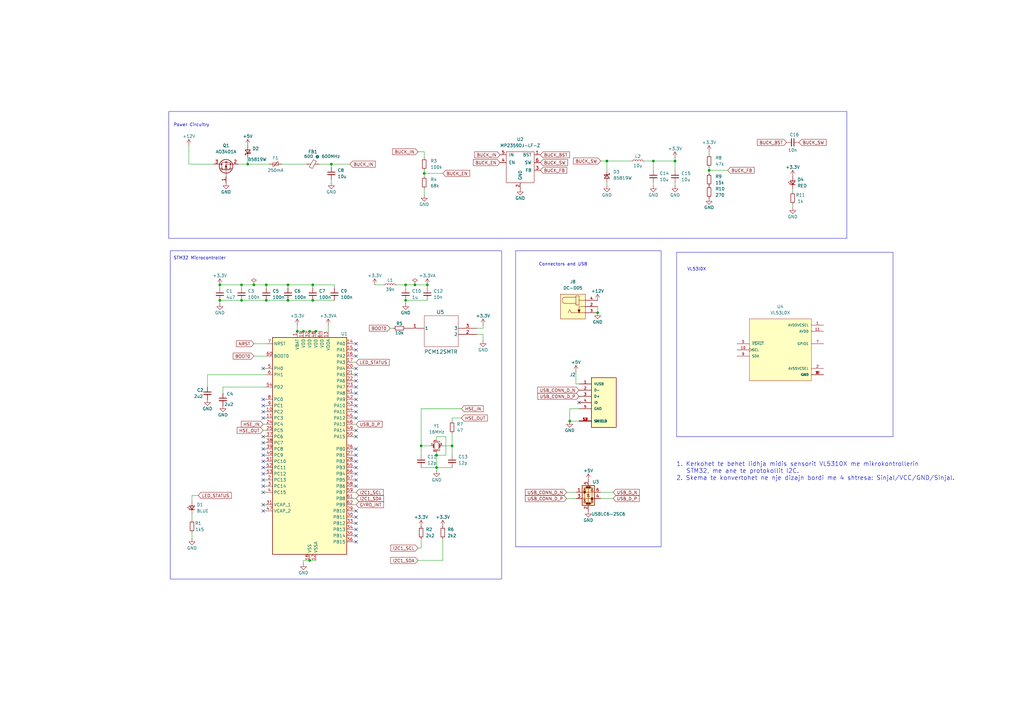
<source format=kicad_sch>
(kicad_sch (version 20231120) (generator "eeschema") (generator_version "8.0")
  (paper "A3")
  (lib_symbols
    (symbol "10118193-0001LF:10118193-0001LF" (pin_names (offset 1.016))
      (property "Reference" "J" (at -5.0817 10.9286 0))
      (property "Value" "10118193-0001LF" (at -5.0819 -12.7097 0))
      (symbol "10118193-0001LF_0_0"
        (pin passive line (at -10.16 7.62 0) (length 5.08) (name "VUSB") (number "1"))
        (pin passive line (at -10.16 5.08 0) (length 5.08) (name "D-") (number "2"))
        (pin passive line (at -10.16 2.54 0) (length 5.08) (name "D+") (number "3"))
        (pin passive line (at -10.16 0 0) (length 5.08) (name "ID") (number "4"))
        (pin passive line (at -10.16 -2.54 0) (length 5.08) (name "GND") (number "5"))
        (pin passive line (at -10.16 -7.62 0) (length 5.08) (name "SHIELD") (number "S1"))
        (pin passive line (at -10.16 -7.62 0) (length 5.08) (name "SHIELD") (number "S2"))
        (pin passive line (at -10.16 -7.62 0) (length 5.08) (name "SHIELD") (number "S3"))
        (pin passive line (at -10.16 -7.62 0) (length 5.08) (name "SHIELD") (number "S4"))
        (pin passive line (at -10.16 -7.62 0) (length 5.08) (name "SHIELD") (number "S5"))
        (pin passive line (at -10.16 -7.62 0) (length 5.08) (name "SHIELD") (number "S6"))
      )
    )
    (symbol "2024-11-09_23-25-21:PCM12SMTR" (pin_names (offset 0.254))
      (property "Reference" "U5" (at 20.32 10.16 0))
      (property "Value" "PCM12SMTR" (at 20.32 7.62 0))
      (symbol "PCM12SMTR_1_1"
        (pin unspecified line (at 0 0 0) (length 7.62) (name "1") (number "1"))
        (pin unspecified line (at 29.21 -2.54 180) (length 7.62) (name "2") (number "2"))
        (pin unspecified line (at 29.21 0 180) (length 7.62) (name "3") (number "3"))
      )
    )
    (symbol "DC-005:DC-005" (pin_names (offset 1.016))
      (property "Reference" "J" (at -5.0943 5.5976 0))
      (property "Value" "DC-005" (at -5.0995 -7.6398 0))
      (symbol "DC-005_0_0"
        (pin passive line (at 10.16 0 180) (length 5.08) (name "~") (number "2"))
        (pin passive line (at 10.16 -2.54 180) (length 5.08) (name "~") (number "3"))
        (pin passive line (at 10.16 2.54 180) (length 5.08) (name "~") (number "4"))
      )
    )
    (symbol "Device:C_Small" (pin_numbers hide) (pin_names (offset 0.254) hide)
      (property "Reference" "C" (at 0.254 1.778 0))
      (property "Value" "C_Small" (at 0.254 -2.032 0))
      (symbol "C_Small_1_1"
        (pin passive line (at 0 2.54 270) (length 2.032) (name "~") (number "1"))
        (pin passive line (at 0 -2.54 90) (length 2.032) (name "~") (number "2"))
      )
    )
    (symbol "Device:Crystal_GND24_Small" (pin_names (offset 1.016) hide)
      (property "Reference" "Y" (at 1.27 4.445 0))
      (property "Value" "Crystal_GND24_Small" (at 1.27 2.54 0))
      (symbol "Crystal_GND24_Small_1_1"
        (pin passive line (at -2.54 0 0) (length 1.27) (name "1") (number "1"))
        (pin passive line (at 0 -2.54 90) (length 0.635) (name "2") (number "2"))
        (pin passive line (at 2.54 0 180) (length 1.27) (name "3") (number "3"))
        (pin passive line (at 0 2.54 270) (length 0.635) (name "4") (number "4"))
      )
    )
    (symbol "Device:D_Schottky_Small" (pin_numbers hide) (pin_names (offset 0.254) hide)
      (property "Reference" "D" (at -1.27 2.032 0))
      (property "Value" "D_Schottky_Small" (at -7.112 -2.032 0))
      (symbol "D_Schottky_Small_1_1"
        (pin passive line (at -2.54 0 0) (length 1.778) (name "K") (number "1"))
        (pin passive line (at 2.54 0 180) (length 1.778) (name "A") (number "2"))
      )
    )
    (symbol "Device:Ferrite_Bead_Small" (pin_numbers hide) (pin_names (offset 0))
      (property "Reference" "FB" (at 1.905 1.27 0))
      (property "Value" "Device_Ferrite_Bead_Small" (at 1.905 -1.27 0))
      (symbol "Ferrite_Bead_Small_1_1"
        (pin passive line (at 0 2.54 270) (length 1.27) (name "~") (number "1"))
        (pin passive line (at 0 -2.54 90) (length 1.27) (name "~") (number "2"))
      )
    )
    (symbol "Device:LED_Small" (pin_numbers hide) (pin_names (offset 0.254) hide)
      (property "Reference" "D" (at -1.27 3.175 0))
      (property "Value" "LED_Small" (at -4.445 -2.54 0))
      (symbol "LED_Small_1_1"
        (pin passive line (at -2.54 0 0) (length 1.778) (name "K") (number "1"))
        (pin passive line (at 2.54 0 180) (length 1.778) (name "A") (number "2"))
      )
    )
    (symbol "Device:L_Small" (pin_numbers hide) (pin_names (offset 0.254) hide)
      (property "Reference" "L" (at 0.762 1.016 0))
      (property "Value" "L_Small" (at 0.762 -1.016 0))
      (symbol "L_Small_1_1"
        (pin passive line (at 0 2.54 270) (length 0.508) (name "~") (number "1"))
        (pin passive line (at 0 -2.54 90) (length 0.508) (name "~") (number "2"))
      )
    )
    (symbol "Device:Polyfuse_Small" (pin_numbers hide) (pin_names (offset 0))
      (property "Reference" "F" (at -1.905 0 90))
      (property "Value" "Polyfuse_Small" (at 1.905 0 90))
      (symbol "Polyfuse_Small_1_1"
        (pin passive line (at 0 2.54 270) (length 0.635) (name "~") (number "1"))
        (pin passive line (at 0 -2.54 90) (length 0.635) (name "~") (number "2"))
      )
    )
    (symbol "Device:R_Small" (pin_numbers hide) (pin_names (offset 0.254) hide)
      (property "Reference" "R" (at 0.762 0.508 0))
      (property "Value" "R_Small" (at 0.762 -1.016 0))
      (symbol "R_Small_1_1"
        (pin passive line (at 0 2.54 270) (length 0.762) (name "~") (number "1"))
        (pin passive line (at 0 -2.54 90) (length 0.762) (name "~") (number "2"))
      )
    )
    (symbol "MCU_ST_STM32F4:STM32F405RGTx"
      (property "Reference" "U1" (at 14.224 47.244 0))
      (property "Value" "STM32F405RGT6" (at 12.7 -44.45 0))
      (symbol "STM32F405RGTx_1_1"
        (pin power_in line (at -5.08 48.26 270) (length 2.54) (name "VBAT") (number "1"))
        (pin bidirectional line (at -17.78 15.24 0) (length 2.54) (name "PC2") (number "10"))
        (pin bidirectional line (at -17.78 12.7 0) (length 2.54) (name "PC3") (number "11"))
        (pin power_in line (at 2.54 -45.72 90) (length 2.54) (name "VSSA") (number "12"))
        (pin power_in line (at 7.62 48.26 270) (length 2.54) (name "VDDA") (number "13"))
        (pin bidirectional line (at 17.78 43.18 180) (length 2.54) (name "PA0") (number "14"))
        (pin bidirectional line (at 17.78 40.64 180) (length 2.54) (name "PA1") (number "15"))
        (pin bidirectional line (at 17.78 38.1 180) (length 2.54) (name "PA2") (number "16"))
        (pin bidirectional line (at 17.78 35.56 180) (length 2.54) (name "PA3") (number "17"))
        (pin power_in line (at 0 -45.72 90) (length 2.54) (name "VSS") (number "18"))
        (pin power_in line (at -2.54 48.26 270) (length 2.54) (name "VDD") (number "19"))
        (pin bidirectional line (at -17.78 -12.7 0) (length 2.54) (name "PC13") (number "2"))
        (pin bidirectional line (at 17.78 33.02 180) (length 2.54) (name "PA4") (number "20"))
        (pin bidirectional line (at 17.78 30.48 180) (length 2.54) (name "PA5") (number "21"))
        (pin bidirectional line (at 17.78 27.94 180) (length 2.54) (name "PA6") (number "22"))
        (pin bidirectional line (at 17.78 25.4 180) (length 2.54) (name "PA7") (number "23"))
        (pin bidirectional line (at -17.78 10.16 0) (length 2.54) (name "PC4") (number "24"))
        (pin bidirectional line (at -17.78 7.62 0) (length 2.54) (name "PC5") (number "25"))
        (pin bidirectional line (at 17.78 0 180) (length 2.54) (name "PB0") (number "26"))
        (pin bidirectional line (at 17.78 -2.54 180) (length 2.54) (name "PB1") (number "27"))
        (pin bidirectional line (at 17.78 -5.08 180) (length 2.54) (name "PB2") (number "28"))
        (pin bidirectional line (at 17.78 -25.4 180) (length 2.54) (name "PB10") (number "29"))
        (pin bidirectional line (at -17.78 -15.24 0) (length 2.54) (name "PC14") (number "3"))
        (pin bidirectional line (at 17.78 -27.94 180) (length 2.54) (name "PB11") (number "30"))
        (pin power_out line (at -17.78 -22.86 0) (length 2.54) (name "VCAP_1") (number "31"))
        (pin power_in line (at 0 48.26 270) (length 2.54) (name "VDD") (number "32"))
        (pin bidirectional line (at 17.78 -30.48 180) (length 2.54) (name "PB12") (number "33"))
        (pin bidirectional line (at 17.78 -33.02 180) (length 2.54) (name "PB13") (number "34"))
        (pin bidirectional line (at 17.78 -35.56 180) (length 2.54) (name "PB14") (number "35"))
        (pin bidirectional line (at 17.78 -38.1 180) (length 2.54) (name "PB15") (number "36"))
        (pin bidirectional line (at -17.78 5.08 0) (length 2.54) (name "PC6") (number "37"))
        (pin bidirectional line (at -17.78 2.54 0) (length 2.54) (name "PC7") (number "38"))
        (pin bidirectional line (at -17.78 0 0) (length 2.54) (name "PC8") (number "39"))
        (pin bidirectional line (at -17.78 -17.78 0) (length 2.54) (name "PC15") (number "4"))
        (pin bidirectional line (at -17.78 -2.54 0) (length 2.54) (name "PC9") (number "40"))
        (pin bidirectional line (at 17.78 22.86 180) (length 2.54) (name "PA8") (number "41"))
        (pin bidirectional line (at 17.78 20.32 180) (length 2.54) (name "PA9") (number "42"))
        (pin bidirectional line (at 17.78 17.78 180) (length 2.54) (name "PA10") (number "43"))
        (pin bidirectional line (at 17.78 15.24 180) (length 2.54) (name "PA11") (number "44"))
        (pin bidirectional line (at 17.78 12.7 180) (length 2.54) (name "PA12") (number "45"))
        (pin bidirectional line (at 17.78 10.16 180) (length 2.54) (name "PA13") (number "46"))
        (pin power_out line (at -17.78 -25.4 0) (length 2.54) (name "VCAP_2") (number "47"))
        (pin power_in line (at 2.54 48.26 270) (length 2.54) (name "VDD") (number "48"))
        (pin bidirectional line (at 17.78 7.62 180) (length 2.54) (name "PA14") (number "49"))
        (pin bidirectional line (at -17.78 33.02 0) (length 2.54) (name "PH0") (number "5"))
        (pin bidirectional line (at 17.78 5.08 180) (length 2.54) (name "PA15") (number "50"))
        (pin bidirectional line (at -17.78 -5.08 0) (length 2.54) (name "PC10") (number "51"))
        (pin bidirectional line (at -17.78 -7.62 0) (length 2.54) (name "PC11") (number "52"))
        (pin bidirectional line (at -17.78 -10.16 0) (length 2.54) (name "PC12") (number "53"))
        (pin bidirectional line (at -17.78 25.4 0) (length 2.54) (name "PD2") (number "54"))
        (pin bidirectional line (at 17.78 -7.62 180) (length 2.54) (name "PB3") (number "55"))
        (pin bidirectional line (at 17.78 -10.16 180) (length 2.54) (name "PB4") (number "56"))
        (pin bidirectional line (at 17.78 -12.7 180) (length 2.54) (name "PB5") (number "57"))
        (pin bidirectional line (at 17.78 -15.24 180) (length 2.54) (name "PB6") (number "58"))
        (pin bidirectional line (at 17.78 -17.78 180) (length 2.54) (name "PB7") (number "59"))
        (pin bidirectional line (at -17.78 30.48 0) (length 2.54) (name "PH1") (number "6"))
        (pin input line (at -17.78 38.1 0) (length 2.54) (name "BOOT0") (number "60"))
        (pin bidirectional line (at 17.78 -20.32 180) (length 2.54) (name "PB8") (number "61"))
        (pin bidirectional line (at 17.78 -22.86 180) (length 2.54) (name "PB9") (number "62"))
        (pin passive line (at 0 -45.72 90) (length 2.54) hide (name "VSS") (number "63"))
        (pin power_in line (at 5.08 48.26 270) (length 2.54) (name "VDD") (number "64"))
        (pin input line (at -17.78 43.18 0) (length 2.54) (name "NRST") (number "7"))
        (pin bidirectional line (at -17.78 20.32 0) (length 2.54) (name "PC0") (number "8"))
        (pin bidirectional line (at -17.78 17.78 0) (length 2.54) (name "PC1") (number "9"))
      )
    )
    (symbol "Power_Protection:USBLC6-2SC6" (pin_names hide)
      (property "Reference" "U" (at 0.635 5.715 0))
      (property "Value" "USBLC6-2SC6" (at 0.635 3.81 0))
      (symbol "USBLC6-2SC6_1_1"
        (pin passive line (at -5.08 0 0) (length 2.54) (name "I/O1") (number "1"))
        (pin passive line (at 0 -7.62 90) (length 2.54) (name "GND") (number "2"))
        (pin passive line (at -5.08 -2.54 0) (length 2.54) (name "I/O2") (number "3"))
        (pin passive line (at 5.08 -2.54 180) (length 2.54) (name "I/O2") (number "4"))
        (pin passive line (at 0 5.08 270) (length 2.54) (name "VBUS") (number "5"))
        (pin passive line (at 5.08 0 180) (length 2.54) (name "I/O1") (number "6"))
      )
    )
    (symbol "SchmillipKiCADLibrary:MP2359DJ-LF-Z" (pin_names (offset 1.016))
      (property "Reference" "U" (at 0 9.525 0))
      (property "Value" "SchmillipKiCADLibrary_MP2359DJ-LF-Z" (at 10.16 -6.35 0))
      (symbol "MP2359DJ-LF-Z_1_1"
        (pin input line (at 8.255 6.35 180) (length 2.54) (name "BST") (number "1"))
        (pin power_in line (at 0 -7.62 90) (length 2.54) (name "GND") (number "2"))
        (pin input line (at 8.255 0 180) (length 2.54) (name "FB") (number "3"))
        (pin input line (at -8.255 3.175 0) (length 2.54) (name "EN") (number "4"))
        (pin power_in line (at -8.255 6.35 0) (length 2.54) (name "IN") (number "5"))
        (pin power_out line (at 8.255 3.175 180) (length 2.54) (name "SW") (number "6"))
      )
    )
    (symbol "Transistor_FET:AO3401A" (pin_names hide)
      (property "Reference" "Q" (at 5.08 1.905 0))
      (property "Value" "AO3401A" (at 5.08 0 0))
      (symbol "AO3401A_1_1"
        (pin input line (at -5.08 0 0) (length 2.54) (name "G") (number "1"))
        (pin passive line (at 2.54 -5.08 90) (length 2.54) (name "S") (number "2"))
        (pin passive line (at 2.54 5.08 270) (length 2.54) (name "D") (number "3"))
      )
    )
    (symbol "VL53L0X:VL53L0X" (pin_names (offset 1.016))
      (property "Reference" "U" (at -12.7244 13.2334 0))
      (property "Value" "VL53L0X" (at -12.7205 -15.2646 0))
      (symbol "VL53L0X_0_0"
        (pin power_in line (at 17.78 10.16 180) (length 5.08) (name "AVDDVCSEL") (number "1"))
        (pin input clock (at -17.78 0 0) (length 5.08) (name "SCL") (number "10"))
        (pin power_in line (at 17.78 7.62 180) (length 5.08) (name "AVDD") (number "11"))
        (pin power_in line (at 17.78 -10.16 180) (length 5.08) (name "GND") (number "12"))
        (pin power_in line (at 17.78 -7.62 180) (length 5.08) (name "AVSSVCSEL") (number "2"))
        (pin power_in line (at 17.78 -10.16 180) (length 5.08) (name "GND") (number "3"))
        (pin power_in line (at 17.78 -10.16 180) (length 5.08) (name "GND") (number "4"))
        (pin input line (at -17.78 2.54 0) (length 5.08) (name "~{XSHUT}") (number "5"))
        (pin power_in line (at 17.78 -10.16 180) (length 5.08) (name "GND") (number "6"))
        (pin output line (at 17.78 2.54 180) (length 5.08) (name "GPIO1") (number "7"))
        (pin bidirectional line (at -17.78 -2.54 0) (length 5.08) (name "SDA") (number "9"))
      )
    )
    (symbol "power:+12V" (power) (pin_numbers hide) (pin_names (offset 0) hide)
      (property "Value" "+12V" (at 0 3.556 0))
      (symbol "+12V_1_1"
        (pin power_in line (at 0 0 90) (length 0) (name "~") (number "1"))
      )
    )
    (symbol "power:+3.3V" (power) (pin_numbers hide) (pin_names (offset 0) hide)
      (property "Value" "+3.3V" (at 0 3.556 0))
      (symbol "+3.3V_1_1"
        (pin power_in line (at 0 0 90) (length 0) (name "~") (number "1"))
      )
    )
    (symbol "power:+3.3VA" (power) (pin_numbers hide) (pin_names (offset 0) hide)
      (property "Value" "+3.3VA" (at 0 3.556 0))
      (symbol "+3.3VA_1_1"
        (pin power_in line (at 0 0 90) (length 0) (name "~") (number "1"))
      )
    )
    (symbol "power:+5V" (power) (pin_numbers hide) (pin_names (offset 0) hide)
      (property "Value" "+5V" (at 0 3.556 0))
      (symbol "+5V_1_1"
        (pin power_in line (at 0 0 90) (length 0) (name "~") (number "1"))
      )
    )
    (symbol "power:GND" (power) (pin_numbers hide) (pin_names (offset 0) hide)
      (property "Value" "GND" (at 0 -3.81 0))
      (symbol "GND_1_1"
        (pin power_in line (at 0 0 270) (length 0) (name "~") (number "1"))
      )
    )
    (symbol "power:PWR_FLAG" (power) (pin_numbers hide) (pin_names (offset 0) hide)
      (property "Value" "PWR_FLAG" (at 0 3.81 0))
      (symbol "PWR_FLAG_0_0"
        (pin power_out line (at 0 0 90) (length 0) (name "~") (number "1"))
      )
    )
  )
  (junction (at 129.54 135.89))
  (junction (at 99.06 123.19))
  (junction (at 172.72 182.88))
  (junction (at 90.17 123.19))
  (junction (at 179.07 191.77))
  (junction (at 127 229.87))
  (junction (at 173.99 71.12))
  (junction (at 175.26 116.84))
  (junction (at 267.97 66.04))
  (junction (at 166.37 123.19))
  (junction (at 248.92 66.04))
  (junction (at 170.18 116.84))
  (junction (at 233.68 172.72))
  (junction (at 109.22 116.84))
  (junction (at 101.6 67.31))
  (junction (at 118.11 116.84))
  (junction (at 104.14 116.84))
  (junction (at 99.06 116.84))
  (junction (at 290.83 69.85))
  (junction (at 276.86 66.04))
  (junction (at 109.22 123.19))
  (junction (at 135.89 67.31))
  (junction (at 90.17 116.84))
  (junction (at 166.37 116.84))
  (junction (at 124.46 135.89))
  (junction (at 245.11 128.27))
  (junction (at 127 135.89))
  (junction (at 128.27 123.19))
  (junction (at 128.27 116.84))
  (junction (at 118.11 123.19))
  (junction (at 179.07 186.69))
  (junction (at 121.92 135.89))
  (junction (at 185.42 182.88))
  (no_connect (at 146.05 166.37))
  (no_connect (at 107.95 166.37))
  (no_connect (at 107.95 189.23))
  (no_connect (at 146.05 156.21))
  (no_connect (at 107.95 199.39))
  (no_connect (at 107.95 196.85))
  (no_connect (at 107.95 201.93))
  (no_connect (at 107.95 186.69))
  (no_connect (at 146.05 143.51))
  (no_connect (at 146.05 158.75))
  (no_connect (at 146.05 194.31))
  (no_connect (at 107.95 207.01))
  (no_connect (at 107.95 194.31))
  (no_connect (at 146.05 179.07))
  (no_connect (at 107.95 171.45))
  (no_connect (at 146.05 212.09))
  (no_connect (at 146.05 217.17))
  (no_connect (at 146.05 184.15))
  (no_connect (at 107.95 168.91))
  (no_connect (at 146.05 219.71))
  (no_connect (at 107.95 179.07))
  (no_connect (at 146.05 189.23))
  (no_connect (at 107.95 209.55))
  (no_connect (at 146.05 146.05))
  (no_connect (at 146.05 214.63))
  (no_connect (at 107.95 184.15))
  (no_connect (at 146.05 163.83))
  (no_connect (at 146.05 176.53))
  (no_connect (at 107.95 151.13))
  (no_connect (at 107.95 181.61))
  (no_connect (at 146.05 161.29))
  (no_connect (at 146.05 186.69))
  (no_connect (at 146.05 222.25))
  (no_connect (at 146.05 209.55))
  (no_connect (at 146.05 196.85))
  (no_connect (at 146.05 140.97))
  (no_connect (at 107.95 191.77))
  (no_connect (at 146.05 171.45))
  (no_connect (at 146.05 153.67))
  (no_connect (at 146.05 191.77))
  (no_connect (at 146.05 151.13))
  (no_connect (at 107.95 163.83))
  (no_connect (at 237.49 165.1))
  (no_connect (at 146.05 168.91))
  (no_connect (at 146.05 199.39))
  (wire (pts (xy 144.78 153.67) (xy 146.05 153.67)))
  (wire (pts (xy 107.95 201.93) (xy 109.22 201.93)))
  (wire (pts (xy 107.95 163.83) (xy 109.22 163.83)))
  (wire (pts (xy 107.95 207.01) (xy 109.22 207.01)))
  (wire (pts (xy 172.72 167.64) (xy 172.72 182.88)))
  (wire (pts (xy 90.17 116.84) (xy 90.17 118.11)))
  (wire (pts (xy 179.07 180.34) (xy 179.07 179.07)))
  (wire (pts (xy 185.42 177.8) (xy 185.42 182.88)))
  (wire (pts (xy 99.06 116.84) (xy 104.14 116.84)))
  (wire (pts (xy 146.05 161.29) (xy 144.78 161.29)))
  (wire (pts (xy 128.27 118.11) (xy 128.27 116.84)))
  (wire (pts (xy 146.05 163.83) (xy 144.78 163.83)))
  (wire (pts (xy 175.26 116.84) (xy 170.18 116.84)))
  (wire (pts (xy 146.05 148.59) (xy 144.78 148.59)))
  (wire (pts (xy 237.49 167.64) (xy 233.68 167.64)))
  (wire (pts (xy 121.92 135.89) (xy 124.46 135.89)))
  (wire (pts (xy 166.37 116.84) (xy 162.56 116.84)))
  (wire (pts (xy 107.95 171.45) (xy 109.22 171.45)))
  (wire (pts (xy 107.95 199.39) (xy 109.22 199.39)))
  (wire (pts (xy 107.95 196.85) (xy 109.22 196.85)))
  (wire (pts (xy 77.47 59.69) (xy 77.47 67.31)))
  (wire (pts (xy 290.83 63.5) (xy 290.83 62.23)))
  (wire (pts (xy 146.05 209.55) (xy 144.78 209.55)))
  (wire (pts (xy 90.17 124.46) (xy 90.17 123.19)))
  (wire (pts (xy 81.28 203.2) (xy 78.74 203.2)))
  (wire (pts (xy 135.89 68.58) (xy 135.89 67.31)))
  (wire (pts (xy 233.68 172.72) (xy 237.49 172.72)))
  (wire (pts (xy 90.17 123.19) (xy 99.06 123.19)))
  (wire (pts (xy 107.95 181.61) (xy 109.22 181.61)))
  (wire (pts (xy 109.22 123.19) (xy 118.11 123.19)))
  (wire (pts (xy 290.83 69.85) (xy 290.83 71.12)))
  (wire (pts (xy 146.05 207.01) (xy 144.78 207.01)))
  (wire (pts (xy 179.07 193.04) (xy 179.07 191.77)))
  (wire (pts (xy 99.06 118.11) (xy 99.06 116.84)))
  (wire (pts (xy 173.99 71.12) (xy 173.99 69.85)))
  (wire (pts (xy 146.05 171.45) (xy 144.78 171.45)))
  (wire (pts (xy 107.95 179.07) (xy 109.22 179.07)))
  (wire (pts (xy 78.74 213.36) (xy 78.74 210.82)))
  (wire (pts (xy 198.12 137.16) (xy 195.58 137.16)))
  (wire (pts (xy 124.46 231.14) (xy 124.46 229.87)))
  (wire (pts (xy 248.92 69.85) (xy 248.92 66.04)))
  (wire (pts (xy 185.42 171.45) (xy 185.42 172.72)))
  (wire (pts (xy 248.92 66.04) (xy 246.38 66.04)))
  (wire (pts (xy 109.22 118.11) (xy 109.22 116.84)))
  (wire (pts (xy 181.61 71.12) (xy 173.99 71.12)))
  (wire (pts (xy 144.78 151.13) (xy 146.05 151.13)))
  (wire (pts (xy 91.44 161.29) (xy 91.44 158.75)))
  (wire (pts (xy 146.05 196.85) (xy 144.78 196.85)))
  (wire (pts (xy 146.05 184.15) (xy 144.78 184.15)))
  (wire (pts (xy 195.58 134.62) (xy 198.12 134.62)))
  (wire (pts (xy 104.14 146.05) (xy 109.22 146.05)))
  (wire (pts (xy 146.05 217.17) (xy 144.78 217.17)))
  (wire (pts (xy 325.12 78.74) (xy 325.12 77.47)))
  (wire (pts (xy 181.61 182.88) (xy 185.42 182.88)))
  (wire (pts (xy 171.45 229.87) (xy 181.61 229.87)))
  (wire (pts (xy 276.86 64.77) (xy 276.86 66.04)))
  (wire (pts (xy 107.95 173.99) (xy 109.22 173.99)))
  (wire (pts (xy 245.11 125.73) (xy 245.11 128.27)))
  (wire (pts (xy 110.49 67.31) (xy 101.6 67.31)))
  (wire (pts (xy 173.99 80.01) (xy 173.99 77.47)))
  (wire (pts (xy 246.38 204.47) (xy 251.46 204.47)))
  (wire (pts (xy 146.05 199.39) (xy 144.78 199.39)))
  (wire (pts (xy 179.07 185.42) (xy 179.07 186.69)))
  (wire (pts (xy 107.95 166.37) (xy 109.22 166.37)))
  (wire (pts (xy 99.06 123.19) (xy 109.22 123.19)))
  (wire (pts (xy 146.05 222.25) (xy 144.78 222.25)))
  (wire (pts (xy 182.88 179.07) (xy 182.88 186.69)))
  (wire (pts (xy 181.61 229.87) (xy 181.61 220.98)))
  (wire (pts (xy 146.05 191.77) (xy 144.78 191.77)))
  (wire (pts (xy 87.63 67.31) (xy 77.47 67.31)))
  (wire (pts (xy 107.95 189.23) (xy 109.22 189.23)))
  (wire (pts (xy 146.05 194.31) (xy 144.78 194.31)))
  (wire (pts (xy 290.83 69.85) (xy 290.83 68.58)))
  (wire (pts (xy 179.07 186.69) (xy 179.07 191.77)))
  (wire (pts (xy 276.86 66.04) (xy 267.97 66.04)))
  (wire (pts (xy 90.17 116.84) (xy 99.06 116.84)))
  (wire (pts (xy 104.14 140.97) (xy 109.22 140.97)))
  (wire (pts (xy 107.95 168.91) (xy 109.22 168.91)))
  (wire (pts (xy 124.46 135.89) (xy 127 135.89)))
  (wire (pts (xy 85.09 158.75) (xy 85.09 153.67)))
  (wire (pts (xy 128.27 123.19) (xy 137.16 123.19)))
  (wire (pts (xy 109.22 116.84) (xy 118.11 116.84)))
  (wire (pts (xy 146.05 166.37) (xy 144.78 166.37)))
  (wire (pts (xy 171.45 224.79) (xy 172.72 224.79)))
  (wire (pts (xy 143.51 67.31) (xy 135.89 67.31)))
  (wire (pts (xy 276.86 69.85) (xy 276.86 66.04)))
  (wire (pts (xy 170.18 116.84) (xy 166.37 116.84)))
  (wire (pts (xy 85.09 153.67) (xy 109.22 153.67)))
  (wire (pts (xy 97.79 67.31) (xy 101.6 67.31)))
  (wire (pts (xy 118.11 118.11) (xy 118.11 116.84)))
  (wire (pts (xy 78.74 220.98) (xy 78.74 218.44)))
  (wire (pts (xy 236.22 157.48) (xy 237.49 157.48)))
  (wire (pts (xy 134.62 133.35) (xy 134.62 135.89)))
  (wire (pts (xy 146.05 168.91) (xy 144.78 168.91)))
  (wire (pts (xy 276.86 76.2) (xy 276.86 74.93)))
  (wire (pts (xy 146.05 186.69) (xy 144.78 186.69)))
  (wire (pts (xy 171.45 62.23) (xy 173.99 62.23)))
  (wire (pts (xy 160.02 134.62) (xy 161.29 134.62)))
  (wire (pts (xy 172.72 167.64) (xy 189.23 167.64)))
  (wire (pts (xy 144.78 146.05) (xy 146.05 146.05)))
  (wire (pts (xy 107.95 176.53) (xy 109.22 176.53)))
  (wire (pts (xy 173.99 72.39) (xy 173.99 71.12)))
  (wire (pts (xy 182.88 186.69) (xy 179.07 186.69)))
  (wire (pts (xy 259.08 66.04) (xy 248.92 66.04)))
  (wire (pts (xy 233.68 167.64) (xy 233.68 172.72)))
  (wire (pts (xy 179.07 191.77) (xy 185.42 191.77)))
  (wire (pts (xy 78.74 203.2) (xy 78.74 205.74)))
  (wire (pts (xy 267.97 76.2) (xy 267.97 74.93)))
  (wire (pts (xy 298.45 69.85) (xy 290.83 69.85)))
  (wire (pts (xy 107.95 186.69) (xy 109.22 186.69)))
  (wire (pts (xy 179.07 179.07) (xy 182.88 179.07)))
  (wire (pts (xy 236.22 152.4) (xy 236.22 157.48)))
  (wire (pts (xy 101.6 64.77) (xy 101.6 67.31)))
  (wire (pts (xy 118.11 116.84) (xy 128.27 116.84)))
  (wire (pts (xy 107.95 209.55) (xy 109.22 209.55)))
  (wire (pts (xy 144.78 143.51) (xy 146.05 143.51)))
  (wire (pts (xy 198.12 134.62) (xy 198.12 133.35)))
  (wire (pts (xy 246.38 201.93) (xy 251.46 201.93)))
  (wire (pts (xy 91.44 158.75) (xy 109.22 158.75)))
  (wire (pts (xy 172.72 186.69) (xy 172.72 182.88)))
  (wire (pts (xy 232.41 204.47) (xy 236.22 204.47)))
  (wire (pts (xy 127 135.89) (xy 129.54 135.89)))
  (wire (pts (xy 118.11 123.19) (xy 128.27 123.19)))
  (wire (pts (xy 146.05 212.09) (xy 144.78 212.09)))
  (wire (pts (xy 146.05 176.53) (xy 144.78 176.53)))
  (wire (pts (xy 166.37 124.46) (xy 166.37 123.19)))
  (wire (pts (xy 232.41 201.93) (xy 236.22 201.93)))
  (wire (pts (xy 173.99 62.23) (xy 173.99 64.77)))
  (wire (pts (xy 325.12 85.09) (xy 325.12 83.82)))
  (wire (pts (xy 127 229.87) (xy 129.54 229.87)))
  (wire (pts (xy 129.54 135.89) (xy 132.08 135.89)))
  (wire (pts (xy 146.05 214.63) (xy 144.78 214.63)))
  (wire (pts (xy 146.05 173.99) (xy 144.78 173.99)))
  (wire (pts (xy 166.37 123.19) (xy 175.26 123.19)))
  (wire (pts (xy 124.46 229.87) (xy 127 229.87)))
  (wire (pts (xy 146.05 158.75) (xy 144.78 158.75)))
  (wire (pts (xy 107.95 194.31) (xy 109.22 194.31)))
  (wire (pts (xy 146.05 140.97) (xy 144.78 140.97)))
  (wire (pts (xy 175.26 118.11) (xy 175.26 116.84)))
  (wire (pts (xy 172.72 224.79) (xy 172.72 220.98)))
  (wire (pts (xy 189.23 171.45) (xy 185.42 171.45)))
  (wire (pts (xy 153.67 116.84) (xy 157.48 116.84)))
  (wire (pts (xy 146.05 201.93) (xy 144.78 201.93)))
  (wire (pts (xy 146.05 189.23) (xy 144.78 189.23)))
  (wire (pts (xy 267.97 66.04) (xy 264.16 66.04)))
  (wire (pts (xy 172.72 182.88) (xy 176.53 182.88)))
  (wire (pts (xy 135.89 67.31) (xy 130.81 67.31)))
  (wire (pts (xy 146.05 156.21) (xy 144.78 156.21)))
  (wire (pts (xy 107.95 151.13) (xy 109.22 151.13)))
  (wire (pts (xy 137.16 116.84) (xy 137.16 118.11)))
  (wire (pts (xy 146.05 204.47) (xy 144.78 204.47)))
  (wire (pts (xy 107.95 191.77) (xy 109.22 191.77)))
  (wire (pts (xy 248.92 76.2) (xy 248.92 74.93)))
  (wire (pts (xy 179.07 191.77) (xy 172.72 191.77)))
  (wire (pts (xy 267.97 69.85) (xy 267.97 66.04)))
  (wire (pts (xy 121.92 133.35) (xy 121.92 135.89)))
  (wire (pts (xy 104.14 116.84) (xy 109.22 116.84)))
  (wire (pts (xy 146.05 179.07) (xy 144.78 179.07)))
  (wire (pts (xy 135.89 74.93) (xy 135.89 73.66)))
  (wire (pts (xy 107.95 184.15) (xy 109.22 184.15)))
  (wire (pts (xy 146.05 219.71) (xy 144.78 219.71)))
  (wire (pts (xy 166.37 118.11) (xy 166.37 116.84)))
  (wire (pts (xy 185.42 186.69) (xy 185.42 182.88)))
  (wire (pts (xy 115.57 67.31) (xy 125.73 67.31)))
  (wire (pts (xy 128.27 116.84) (xy 137.16 116.84)))
  (wire (pts (xy 198.12 139.7) (xy 198.12 137.16)))
  (rectangle (start 69.215 45.72) (end 347.345 97.79))
  (rectangle (start 277.495 103.505) (end 366.268 179.07))
  (rectangle (start 211.455 102.87) (end 271.145 224.282))
  (rectangle (start 69.85 102.87) (end 205.74 237.49))
  (text "1. Kerkohet te behet lidhja midis sensorit VL5310X me mikrokontrollerin \n   STM32, me ane te protokollit I2C.\n2. Skema te konvertohet ne nje dizajn bordi me 4 shtresa: Sinjal/VCC/GND/Sinjal.\n" (at 277.368 193.294 0) (effects (font (size 1.778 1.778)) (justify left)))
  (text "VL53l0X" (at 285.75 110.49 0) (effects (font (size 1.27 1.27))))
  (text "STM32 Microcontroller" (at 71.12 106.68 0) (effects (font (size 1.27 1.27)) (justify left bottom)))
  (text "Connectors and USB" (at 220.98 109.22 0) (effects (font (size 1.27 1.27)) (justify left bottom)))
  (text "Power Circuitry" (at 71.12 52.07 0) (effects (font (size 1.27 1.27)) (justify left bottom)))
  (global_label "BUCK_SW" (shape input) (at 327.66 58.42 0) (property "Intersheetrefs" "${INTERSHEET_REFS}" (effects (hide yes))))
  (global_label "I2C1_SDA" (shape input) (at 171.45 229.87 180) (property "Intersheetrefs" "${INTERSHEET_REFS}" (effects (hide yes))))
  (global_label "USB_D_N" (shape input) (at 251.46 201.93 0) (property "Intersheetrefs" "${INTERSHEET_REFS}" (effects (hide yes))))
  (global_label "BOOT0" (shape input) (at 160.02 134.62 180) (property "Intersheetrefs" "${INTERSHEET_REFS}" (effects (hide yes))))
  (global_label "HSE_IN" (shape input) (at 107.95 173.99 180) (property "Intersheetrefs" "${INTERSHEET_REFS}" (effects (hide yes))))
  (global_label "HSE_OUT" (shape input) (at 107.95 176.53 180) (property "Intersheetrefs" "${INTERSHEET_REFS}" (effects (hide yes))))
  (global_label "BOOT0" (shape input) (at 104.14 146.05 180) (property "Intersheetrefs" "${INTERSHEET_REFS}" (effects (hide yes))))
  (global_label "I2C1_SCL" (shape input) (at 146.05 201.93 0) (property "Intersheetrefs" "${INTERSHEET_REFS}" (effects (hide yes))))
  (global_label "BUCK_EN" (shape input) (at 181.61 71.12 0) (property "Intersheetrefs" "${INTERSHEET_REFS}" (effects (hide yes))))
  (global_label "USB_CONN_D_N" (shape input) (at 232.41 201.93 180) (property "Intersheetrefs" "${INTERSHEET_REFS}" (effects (hide yes))))
  (global_label "I2C1_SDA" (shape input) (at 146.05 204.47 0) (property "Intersheetrefs" "${INTERSHEET_REFS}" (effects (hide yes))))
  (global_label "GYRO_INT" (shape input) (at 146.05 207.01 0) (property "Intersheetrefs" "${INTERSHEET_REFS}" (effects (hide yes))))
  (global_label "USB_CONN_D_P" (shape input) (at 232.41 204.47 180) (property "Intersheetrefs" "${INTERSHEET_REFS}" (effects (hide yes))))
  (global_label "BUCK_BST" (shape input) (at 322.58 58.42 180) (property "Intersheetrefs" "${INTERSHEET_REFS}" (effects (hide yes))))
  (global_label "LED_STATUS" (shape input) (at 146.05 148.59 0) (property "Intersheetrefs" "${INTERSHEET_REFS}" (effects (hide yes))))
  (global_label "BUCK_IN" (shape input) (at 143.51 67.31 0) (property "Intersheetrefs" "${INTERSHEET_REFS}" (effects (hide yes))))
  (global_label "I2C1_SCL" (shape input) (at 171.45 224.79 180) (property "Intersheetrefs" "${INTERSHEET_REFS}" (effects (hide yes))))
  (global_label "BUCK_SW" (shape input) (at 221.615 66.675 0) (property "Intersheetrefs" "${INTERSHEET_REFS}" (effects (hide yes))))
  (global_label "HSE_IN" (shape input) (at 189.23 167.64 0) (property "Intersheetrefs" "${INTERSHEET_REFS}" (effects (hide yes))))
  (global_label "NRST" (shape input) (at 104.14 140.97 180) (property "Intersheetrefs" "${INTERSHEET_REFS}" (effects (hide yes))))
  (global_label "LED_STATUS" (shape input) (at 81.28 203.2 0) (property "Intersheetrefs" "${INTERSHEET_REFS}" (effects (hide yes))))
  (global_label "BUCK_IN" (shape input) (at 171.45 62.23 180) (property "Intersheetrefs" "${INTERSHEET_REFS}" (effects (hide yes))))
  (global_label "HSE_OUT" (shape input) (at 189.23 171.45 0) (property "Intersheetrefs" "${INTERSHEET_REFS}" (effects (hide yes))))
  (global_label "BUCK_SW" (shape input) (at 246.38 66.04 180) (property "Intersheetrefs" "${INTERSHEET_REFS}" (effects (hide yes))))
  (global_label "USB_CONN_D_P" (shape input) (at 237.49 162.56 180) (property "Intersheetrefs" "${INTERSHEET_REFS}" (effects (hide yes))))
  (global_label "BUCK_FB" (shape input) (at 221.615 69.85 0) (property "Intersheetrefs" "${INTERSHEET_REFS}" (effects (hide yes))))
  (global_label "USB_D_P" (shape input) (at 146.05 173.99 0) (property "Intersheetrefs" "${INTERSHEET_REFS}" (effects (hide yes))))
  (global_label "USB_CONN_D_N" (shape input) (at 237.49 160.02 180) (property "Intersheetrefs" "${INTERSHEET_REFS}" (effects (hide yes))))
  (global_label "USB_D_P" (shape input) (at 251.46 204.47 0) (property "Intersheetrefs" "${INTERSHEET_REFS}" (effects (hide yes))))
  (global_label "BUCK_BST" (shape input) (at 221.615 63.5 0) (property "Intersheetrefs" "${INTERSHEET_REFS}" (effects (hide yes))))
  (global_label "BUCK_EN" (shape input) (at 205.105 66.675 180) (property "Intersheetrefs" "${INTERSHEET_REFS}" (effects (hide yes))))
  (global_label "BUCK_FB" (shape input) (at 298.45 69.85 0) (property "Intersheetrefs" "${INTERSHEET_REFS}" (effects (hide yes))))
  (global_label "BUCK_IN" (shape input) (at 205.105 63.5 180) (property "Intersheetrefs" "${INTERSHEET_REFS}" (effects (hide yes))))
  (symbol (lib_id "Device:D_Schottky_Small") (at 101.6 62.23 90) (unit 1)
    (property "Reference" "D2" (at 103.505 60.96 90) (effects (justify right)))
    (property "Value" "B5819W" (at 101.6 65.405 90) (effects (justify right)))
    (property "Footprint" "Diode_SMD:D_SOD-123" (effects (hide yes)))
    (property "LCSC Part #" "C8598" (effects (hide yes)))
  )
  (symbol (lib_id "Device:C_Small") (at 325.12 58.42 270) (unit 1)
    (property "Reference" "C16" (at 323.85 55.245 90) (effects (justify left)))
    (property "Value" "10n" (at 323.215 61.595 90) (effects (justify left)))
    (property "Footprint" "Capacitor_SMD:C_0603_1608Metric" (effects (hide yes)))
    (property "LCSC Part #" "C57112" (effects (hide yes)))
  )
  (symbol (lib_id "power:GND") (at 233.68 172.72 0) (unit 1)
    (property "Reference" "#PWR027" (effects (hide yes)))
    (property "Value" "GND" (at 233.68 176.53 0))
  )
  (symbol (lib_id "Device:C_Small") (at 185.42 189.23 0) (unit 1)
    (property "Reference" "C13" (at 187.96 187.325 0) (effects (justify left)))
    (property "Value" "12p" (at 187.96 189.865 0) (effects (justify left)))
    (property "Footprint" "Capacitor_SMD:C_0402_1005Metric" (effects (hide yes)))
    (property "LCSC Part #" "C1547" (effects (hide yes)))
  )
  (symbol (lib_id "power:+3.3V") (at 90.17 116.84 0) (unit 1)
    (property "Reference" "#PWR03" (effects (hide yes)))
    (property "Value" "+3.3V" (at 90.17 113.03 0))
  )
  (symbol (lib_id "Device:C_Small") (at 137.16 120.65 0) (unit 1)
    (property "Reference" "C9" (at 139.7 119.38 0) (effects (justify left)))
    (property "Value" "100n" (at 139.7 121.92 0) (effects (justify left)))
    (property "Footprint" "Capacitor_SMD:C_0402_1005Metric" (effects (hide yes)))
    (property "LCSC Part #" "C1525" (effects (hide yes)))
  )
  (symbol (lib_id "power:GND") (at 90.17 124.46 0) (unit 1)
    (property "Reference" "#PWR04" (effects (hide yes)))
    (property "Value" "GND" (at 90.17 128.27 0))
  )
  (symbol (lib_id "Device:R_Small") (at 173.99 67.31 0) (unit 1)
    (property "Reference" "R3" (at 176.53 66.04 0) (effects (justify left)))
    (property "Value" "100k" (at 176.53 68.58 0) (effects (justify left)))
    (property "Footprint" "Resistor_SMD:R_0603_1608Metric" (effects (hide yes)))
    (property "LCSC Part #" "C25803" (effects (hide yes)))
  )
  (symbol (lib_id "power:GND") (at 248.92 76.2 0) (unit 1)
    (property "Reference" "#PWR029" (effects (hide yes)))
    (property "Value" "GND" (at 248.92 80.01 0))
  )
  (symbol (lib_id "power:+3.3V") (at 276.86 64.77 0) (unit 1)
    (property "Reference" "#PWR031" (effects (hide yes)))
    (property "Value" "+3.3V" (at 276.86 60.96 0))
  )
  (symbol (lib_id "Device:R_Small") (at 181.61 218.44 0) (unit 1)
    (property "Reference" "R6" (at 183.515 217.17 0) (effects (justify left)))
    (property "Value" "2k2" (at 183.515 219.71 0) (effects (justify left)))
    (property "Footprint" "Resistor_SMD:R_0402_1005Metric" (effects (hide yes)))
    (property "LCSC Part #" "C25879" (effects (hide yes)))
  )
  (symbol (lib_id "SchmillipKiCADLibrary:MP2359DJ-LF-Z") (at 213.36 69.85 0) (unit 1)
    (property "Reference" "U2" (at 213.36 57.15 0))
    (property "Value" "MP2359DJ-LF-Z" (at 213.36 59.69 0))
    (property "Footprint" "Package_TO_SOT_SMD:SOT-23-6" (effects (hide yes)))
    (property "LCSC Part #" "C14259" (effects (hide yes)))
  )
  (symbol (lib_id "power:GND") (at 166.37 124.46 0) (unit 1)
    (property "Reference" "#PWR014" (effects (hide yes)))
    (property "Value" "GND" (at 166.37 128.27 0))
  )
  (symbol (lib_id "Device:L_Small") (at 261.62 66.04 90) (unit 1)
    (property "Reference" "L2" (at 261.62 64.135 90))
    (property "Value" "10u" (at 261.62 67.945 90))
    (property "Footprint" "SPM6530T-100M-HZ:IND_SPM6530T-100M-HZ" (effects (hide yes)))
    (property "Description" "TDK SPM6530T-100M-HZ" (effects (hide yes)))
    (property "LCSC Part #" "C360728" (effects (hide yes)))
  )
  (symbol (lib_id "power:+12V") (at 77.47 59.69 0) (unit 1)
    (property "Reference" "#PWR01" (effects (hide yes)))
    (property "Value" "+12V" (at 77.47 55.88 0))
  )
  (symbol (lib_id "power:GND") (at 135.89 74.93 0) (unit 1)
    (property "Reference" "#PWR012" (effects (hide yes)))
    (property "Value" "GND" (at 135.89 78.74 0))
  )
  (symbol (lib_id "power:GND") (at 91.44 166.37 0) (unit 1)
    (property "Reference" "#PWR07" (effects (hide yes)))
    (property "Value" "GND" (at 91.44 170.18 0))
  )
  (symbol (lib_id "Device:C_Small") (at 128.27 120.65 0) (unit 1)
    (property "Reference" "C7" (at 130.81 119.38 0) (effects (justify left)))
    (property "Value" "100n" (at 130.81 121.92 0) (effects (justify left)))
    (property "Footprint" "Capacitor_SMD:C_0402_1005Metric" (effects (hide yes)))
    (property "LCSC Part #" "C1525" (effects (hide yes)))
  )
  (symbol (lib_id "Device:C_Small") (at 267.97 72.39 0) (unit 1)
    (property "Reference" "C14" (at 270.51 71.12 0) (effects (justify left)))
    (property "Value" "10u" (at 270.51 73.66 0) (effects (justify left)))
    (property "Footprint" "Capacitor_SMD:C_1206_3216Metric" (effects (hide yes)))
    (property "LCSC Part #" "C13585" (effects (hide yes)))
  )
  (symbol (lib_id "Device:C_Small") (at 109.22 120.65 0) (unit 1)
    (property "Reference" "C5" (at 111.76 119.38 0) (effects (justify left)))
    (property "Value" "100n" (at 111.76 121.92 0) (effects (justify left)))
    (property "Footprint" "Capacitor_SMD:C_0402_1005Metric" (effects (hide yes)))
    (property "LCSC Part #" "C1525" (effects (hide yes)))
  )
  (symbol (lib_id "Device:Polyfuse_Small") (at 113.03 67.31 270) (unit 1)
    (property "Reference" "F1" (at 113.03 64.77 90))
    (property "Value" "250mA" (at 113.03 69.85 90))
    (property "Footprint" "Fuse:Fuse_1206_3216Metric" (effects (hide yes)))
    (property "LCSC Part #" "C369159" (effects (hide yes)))
  )
  (symbol (lib_id "Device:Ferrite_Bead_Small") (at 128.27 67.31 270) (unit 1)
    (property "Reference" "FB1" (at 128.27 62.23 90))
    (property "Value" "600 @ 600MHz" (at 132.08 64.135 90))
    (property "Footprint" "Inductor_SMD:L_0805_2012Metric" (effects (hide yes)))
    (property "LCSC Part #" "C1017" (effects (hide yes)))
  )
  (symbol (lib_id "power:+5V") (at 236.22 152.4 0) (unit 1)
    (property "Reference" "#PWR028" (effects (hide yes)))
    (property "Value" "+5V" (at 236.22 148.59 0))
  )
  (symbol (lib_id "Device:R_Small") (at 185.42 175.26 0) (unit 1)
    (property "Reference" "R7" (at 187.325 173.99 0) (effects (justify left)))
    (property "Value" "47" (at 187.325 176.53 0) (effects (justify left)))
    (property "Footprint" "Resistor_SMD:R_0402_1005Metric" (effects (hide yes)))
    (property "LCSC Part #" "C25118" (effects (hide yes)))
  )
  (symbol (lib_id "power:GND") (at 198.12 139.7 0) (unit 1)
    (property "Reference" "#PWR021" (effects (hide yes)))
    (property "Value" "GND" (at 198.12 143.51 0))
  )
  (symbol (lib_id "power:GND") (at 85.09 163.83 0) (unit 1)
    (property "Reference" "#PWR05" (effects (hide yes)))
    (property "Value" "GND" (at 85.09 167.64 0))
  )
  (symbol (lib_id "power:+3.3V") (at 181.61 215.9 0) (unit 1)
    (property "Reference" "#PWR019" (effects (hide yes)))
    (property "Value" "+3.3V" (at 181.61 212.09 0))
  )
  (symbol (lib_id "Device:C_Small") (at 175.26 120.65 0) (unit 1)
    (property "Reference" "C12" (at 177.8 119.38 0) (effects (justify left)))
    (property "Value" "10n" (at 177.8 121.92 0) (effects (justify left)))
    (property "Footprint" "Capacitor_SMD:C_0402_1005Metric" (effects (hide yes)))
    (property "LCSC Part #" "C15195" (effects (hide yes)))
  )
  (symbol (lib_id "power:GND") (at 267.97 76.2 0) (unit 1)
    (property "Reference" "#PWR030" (effects (hide yes)))
    (property "Value" "GND" (at 267.97 80.01 0))
  )
  (symbol (lib_id "power:GND") (at 124.46 231.14 0) (unit 1)
    (property "Reference" "#PWR010" (effects (hide yes)))
    (property "Value" "GND" (at 124.46 234.95 0))
  )
  (symbol (lib_id "10118193-0001LF:10118193-0001LF") (at 247.65 165.1 0) (unit 1)
    (property "Reference" "J2" (at 233.68 153.6699 0) (effects (justify left)))
    (property "Value" "10118193-0001LF" (effects (hide yes)))
    (property "Footprint" "10118193-0001LF:AMPHENOL_10118193-0001LF" (effects (hide yes)))
    (property "MF" "AMPHENOL ICC / FCI" (effects (hide yes)))
    (property "MAXIMUM_PACKAGE_HEIGHT" "2.55 mm" (effects (hide yes)))
    (property "Package" "None" (effects (hide yes)))
    (property "Price" "None" (effects (hide yes)))
    (property "Check_prices" "https://www.snapeda.com/parts/10118193-0001LF/Amphenol/view-part/?ref=eda" (effects (hide yes)))
    (property "STANDARD" "Manufacturer Recommendations" (effects (hide yes)))
    (property "PARTREV" "E" (effects (hide yes)))
    (property "SnapEDA_Link" "https://www.snapeda.com/parts/10118193-0001LF/Amphenol/view-part/?ref=snap" (effects (hide yes)))
    (property "MP" "10118193-0001LF" (effects (hide yes)))
    (property "Description_1" "\n                        \n                            Right Angle Surface Mount Mount Female USB Connector 100 V ac 1.8A | Amphenol FCI (Amphenol CS) 10118193-0001LF\n                        \n" (effects (hide yes)))
    (property "Availability" "In Stock" (effects (hide yes)))
    (property "MANUFACTURER" "Amphenol FCI" (effects (hide yes)))
  )
  (symbol (lib_id "power:PWR_FLAG") (at 104.14 116.84 0) (unit 1)
    (property "Reference" "#FLG01" (effects (hide yes)))
    (property "Value" "PWR_FLAG" (effects (hide yes)))
    (property "Description" "Special symbol for telling ERC where power comes from" (effects (hide yes)))
  )
  (symbol (lib_id "Device:C_Small") (at 85.09 161.29 0) (unit 1)
    (property "Reference" "C2" (at 80.772 160.02 0) (effects (justify left)))
    (property "Value" "2u2" (at 79.502 162.56 0) (effects (justify left)))
    (property "Footprint" "Capacitor_SMD:C_0603_1608Metric" (effects (hide yes)))
    (property "LCSC Part #" "C23630" (effects (hide yes)))
  )
  (symbol (lib_id "Device:LED_Small") (at 78.74 208.28 90) (unit 1)
    (property "Reference" "D1" (at 80.645 207.01 90) (effects (justify right)))
    (property "Value" "BLUE" (at 80.645 209.55 90) (effects (justify right)))
    (property "Footprint" "LED_SMD:LED_0603_1608Metric" (effects (hide yes)))
    (property "LCSC Part #" "C72041" (effects (hide yes)))
  )
  (symbol (lib_id "Device:R_Small") (at 325.12 81.28 180) (unit 1)
    (property "Reference" "R11" (at 328.295 80.01 0))
    (property "Value" "1k" (at 328.295 82.55 0))
    (property "Footprint" "Resistor_SMD:R_0603_1608Metric" (effects (hide yes)))
    (property "LCSC Part #" "C21190" (effects (hide yes)))
  )
  (symbol (lib_id "Device:L_Small") (at 160.02 116.84 90) (unit 1)
    (property "Reference" "L1" (at 160.02 114.935 90))
    (property "Value" "39n" (at 160.02 118.745 90))
    (property "Footprint" "Inductor_SMD:L_0402_1005Metric" (effects (hide yes)))
    (property "LCSC Part #" "C26443" (effects (hide yes)))
  )
  (symbol (lib_id "power:+3.3V") (at 290.83 62.23 0) (unit 1)
    (property "Reference" "#PWR037" (effects (hide yes)))
    (property "Value" "+3.3V" (at 290.83 58.42 0))
  )
  (symbol (lib_id "power:+3.3VA") (at 134.62 133.35 0) (unit 1)
    (property "Reference" "#PWR011" (effects (hide yes)))
    (property "Value" "+3.3VA" (at 134.62 129.54 0))
  )
  (symbol (lib_id "power:GND") (at 245.11 128.27 0) (unit 1)
    (property "Reference" "#PWR024" (effects (hide yes)))
    (property "Value" "GND" (at 245.11 132.08 0))
  )
  (symbol (lib_id "Device:R_Small") (at 290.83 66.04 0) (unit 1)
    (property "Reference" "R8" (at 293.37 64.77 0) (effects (justify left)))
    (property "Value" "47k" (at 293.37 67.31 0) (effects (justify left)))
    (property "Footprint" "Resistor_SMD:R_0603_1608Metric" (effects (hide yes)))
    (property "LCSC Part #" "C25819" (effects (hide yes)))
  )
  (symbol (lib_id "Device:C_Small") (at 172.72 189.23 0) (unit 1)
    (property "Reference" "C11" (at 175.26 187.325 0) (effects (justify left)))
    (property "Value" "12p" (at 175.26 189.865 0) (effects (justify left)))
    (property "Footprint" "Capacitor_SMD:C_0402_1005Metric" (effects (hide yes)))
    (property "LCSC Part #" "C1547" (effects (hide yes)))
  )
  (symbol (lib_id "power:+3.3VA") (at 175.26 116.84 0) (unit 1)
    (property "Reference" "#PWR017" (effects (hide yes)))
    (property "Value" "+3.3VA" (at 175.26 113.03 0))
  )
  (symbol (lib_id "power:+3.3V") (at 325.12 72.39 0) (unit 1)
    (property "Reference" "#PWR042" (effects (hide yes)))
    (property "Value" "+3.3V" (at 325.12 68.58 0))
  )
  (symbol (lib_id "Device:C_Small") (at 118.11 120.65 0) (unit 1)
    (property "Reference" "C6" (at 120.65 119.38 0) (effects (justify left)))
    (property "Value" "100n" (at 120.65 121.92 0) (effects (justify left)))
    (property "Footprint" "Capacitor_SMD:C_0402_1005Metric" (effects (hide yes)))
    (property "LCSC Part #" "C1525" (effects (hide yes)))
  )
  (symbol (lib_id "power:+5V") (at 101.6 59.69 0) (unit 1)
    (property "Reference" "#PWR08" (effects (hide yes)))
    (property "Value" "+5V" (at 101.6 55.88 0))
  )
  (symbol (lib_id "Device:C_Small") (at 166.37 120.65 0) (unit 1)
    (property "Reference" "C10" (at 168.91 119.38 0) (effects (justify left)))
    (property "Value" "1u" (at 168.91 121.92 0) (effects (justify left)))
    (property "Footprint" "Capacitor_SMD:C_0402_1005Metric" (effects (hide yes)))
    (property "LCSC Part #" "C52923" (effects (hide yes)))
  )
  (symbol (lib_id "power:+5V") (at 241.3 196.85 0) (unit 1)
    (property "Reference" "#PWR039" (effects (hide yes)))
    (property "Value" "+5V" (at 241.3 193.04 0))
  )
  (symbol (lib_id "power:GND") (at 276.86 76.2 0) (unit 1)
    (property "Reference" "#PWR032" (effects (hide yes)))
    (property "Value" "GND" (at 276.86 80.01 0))
  )
  (symbol (lib_id "Power_Protection:USBLC6-2SC6") (at 241.3 201.93 0) (unit 1)
    (property "Reference" "U3" (at 244.348 197.612 0))
    (property "Value" "USBLC6-2SC6" (at 249.555 210.82 0))
    (property "Footprint" "Package_TO_SOT_SMD:SOT-23-6" (effects (hide yes)))
    (property "Datasheet" "https://www.st.com/resource/en/datasheet/usblc6-2.pdf" (effects (hide yes)))
    (property "LCSC Part #" "C7519" (effects (hide yes)))
  )
  (symbol (lib_id "2024-11-09_23-25-21:PCM12SMTR") (at 166.37 134.62 0) (unit 1)
    (property "Reference" "U5" (at 180.594 128.016 0) (effects (font (size 1.524 1.524))))
    (property "Value" "PCM12SMTR" (at 180.848 144.272 0) (effects (font (size 1.524 1.524))))
    (property "Footprint" "KiCad:PCM12SMTR" (effects (hide yes)))
    (property "Datasheet" "PCM12SMTR" (effects (hide yes)))
  )
  (symbol (lib_id "MCU_ST_STM32F4:STM32F405RGTx") (at 127 184.15 0) (unit 1)
    (property "Reference" "U1" (at 141.224 136.906 0))
    (property "Value" "STM32F405RGT6" (effects (hide yes)))
    (property "Footprint" "Package_QFP:LQFP-64_10x10mm_P0.5mm" (effects (hide yes)))
    (property "Datasheet" "http://www.st.com/st-web-ui/static/active/en/resource/technical/document/datasheet/DM00037051.pdf" (effects (hide yes)))
    (property "LCSC Part #" "C15742" (effects (hide yes)))
  )
  (symbol (lib_id "power:+3.3V") (at 153.67 116.84 0) (unit 1)
    (property "Reference" "#PWR013" (effects (hide yes)))
    (property "Value" "+3.3V" (at 153.67 113.03 0))
  )
  (symbol (lib_id "VL53L0X:VL53L0X") (at 320.04 143.51 0) (unit 1)
    (property "Reference" "U4" (at 320.04 125.73 0))
    (property "Value" "VL53L0X" (at 320.04 128.27 0))
    (property "Footprint" "VL53L0X:SENSOR_VL53L0X" (effects (hide yes)))
    (property "MF" "STMicroelectronics" (effects (hide yes)))
    (property "Description_1" "\n                        \n                            STM32F401RE, VL53L0X, mbed-Enabled Development series Light, 3D Time-of-Flight (ToF) Sensor Evaluation Board\n                        \n" (effects (hide yes)))
    (property "Package" "None" (effects (hide yes)))
    (property "Price" "None" (effects (hide yes)))
    (property "Check_prices" "https://www.snapeda.com/parts/VL53L0X/STMicroelectronics/view-part/?ref=eda" (effects (hide yes)))
    (property "PART_REV" "1.0" (effects (hide yes)))
    (property "STANDARD" "Manufacturer Recommendation" (effects (hide yes)))
    (property "SnapEDA_Link" "https://www.snapeda.com/parts/VL53L0X/STMicroelectronics/view-part/?ref=snap" (effects (hide yes)))
    (property "MP" "VL53L0X" (effects (hide yes)))
    (property "Availability" "Not in stock" (effects (hide yes)))
    (property "MANUFACTURER" "ST Microelectronics" (effects (hide yes)))
  )
  (symbol (lib_id "power:+3.3V") (at 121.92 133.35 0) (unit 1)
    (property "Reference" "#PWR09" (effects (hide yes)))
    (property "Value" "+3.3V" (at 121.92 129.54 0))
  )
  (symbol (lib_id "Device:R_Small") (at 290.83 73.66 0) (unit 1)
    (property "Reference" "R9" (at 293.37 72.39 0) (effects (justify left)))
    (property "Value" "15k" (at 293.37 74.93 0) (effects (justify left)))
    (property "Footprint" "Resistor_SMD:R_0603_1608Metric" (effects (hide yes)))
    (property "LCSC Part #" "C22809" (effects (hide yes)))
  )
  (symbol (lib_id "Device:R_Small") (at 173.99 74.93 0) (unit 1)
    (property "Reference" "R4" (at 176.53 73.66 0) (effects (justify left)))
    (property "Value" "68k" (at 176.53 76.2 0) (effects (justify left)))
    (property "Footprint" "Resistor_SMD:R_0603_1608Metric" (effects (hide yes)))
    (property "LCSC Part #" "C23231" (effects (hide yes)))
  )
  (symbol (lib_id "Device:C_Small") (at 135.89 71.12 0) (unit 1)
    (property "Reference" "C8" (at 138.43 69.85 0) (effects (justify left)))
    (property "Value" "10u" (at 138.43 72.39 0) (effects (justify left)))
    (property "Footprint" "Capacitor_SMD:C_1206_3216Metric" (effects (hide yes)))
    (property "LCSC Part #" "C13585" (effects (hide yes)))
  )
  (symbol (lib_id "power:GND") (at 290.83 81.28 0) (unit 1)
    (property "Reference" "#PWR038" (effects (hide yes)))
    (property "Value" "GND" (at 290.83 85.09 0))
  )
  (symbol (lib_id "power:+3.3V") (at 172.72 215.9 0) (unit 1)
    (property "Reference" "#PWR015" (effects (hide yes)))
    (property "Value" "+3.3V" (at 172.72 212.09 0))
  )
  (symbol (lib_id "power:GND") (at 213.36 77.47 0) (unit 1)
    (property "Reference" "#PWR022" (effects (hide yes)))
    (property "Value" "GND" (at 213.36 81.28 0))
  )
  (symbol (lib_id "power:GND") (at 92.71 74.93 0) (unit 1)
    (property "Reference" "#PWR06" (effects (hide yes)))
    (property "Value" "GND" (at 92.71 78.74 0))
  )
  (symbol (lib_id "Device:C_Small") (at 276.86 72.39 0) (unit 1)
    (property "Reference" "C15" (at 279.4 71.12 0) (effects (justify left)))
    (property "Value" "10u" (at 279.4 73.66 0) (effects (justify left)))
    (property "Footprint" "Capacitor_SMD:C_1206_3216Metric" (effects (hide yes)))
    (property "LCSC Part #" "C13585" (effects (hide yes)))
  )
  (symbol (lib_id "DC-005:DC-005") (at 234.95 125.73 0) (unit 1)
    (property "Reference" "J8" (at 234.95 115.57 0))
    (property "Value" "DC-005" (at 234.95 118.11 0))
    (property "Footprint" "DC-005:NINIGI_DC-005" (effects (hide yes)))
    (property "MF" "Best Inc." (effects (hide yes)))
    (property "DESCRIPTION" "Conn Dc Power Jack 2.1mm" (effects (hide yes)))
    (property "PACKAGE" "None" (effects (hide yes)))
    (property "PRICE" "None" (effects (hide yes)))
    (property "Package" "DC Power Jack Best Inc." (effects (hide yes)))
    (property "Check_prices" "https://www.snapeda.com/parts/DC-005/Best+Inc./view-part/?ref=eda" (effects (hide yes)))
    (property "Price" "None" (effects (hide yes)))
    (property "SnapEDA_Link" "https://www.snapeda.com/parts/DC-005/Best+Inc./view-part/?ref=snap" (effects (hide yes)))
    (property "MP" "DC-005" (effects (hide yes)))
    (property "Availability" "Not in stock" (effects (hide yes)))
    (property "AVAILABILITY" "Unavailable" (effects (hide yes)))
    (property "Description_1" "\n                        \n                            6.4x14.2x9.0mm Power DC Receptacle\n                        \n" (effects (hide yes)))
  )
  (symbol (lib_id "power:GND") (at 325.12 85.09 0) (unit 1)
    (property "Reference" "#PWR043" (effects (hide yes)))
    (property "Value" "GND" (at 325.12 88.9 0))
  )
  (symbol (lib_id "Device:D_Schottky_Small") (at 248.92 72.39 270) (unit 1)
    (property "Reference" "D3" (at 251.46 70.485 90) (effects (justify left)))
    (property "Value" "B5819W" (at 251.46 73.025 90) (effects (justify left)))
    (property "Footprint" "Diode_SMD:D_SOD-123" (effects (hide yes)))
    (property "LCSC Part #" "C8598" (effects (hide yes)))
  )
  (symbol (lib_id "power:GND") (at 173.99 80.01 0) (unit 1)
    (property "Reference" "#PWR016" (effects (hide yes)))
    (property "Value" "GND" (at 173.99 83.82 0))
  )
  (symbol (lib_id "Device:C_Small") (at 99.06 120.65 0) (unit 1)
    (property "Reference" "C3" (at 101.6 119.38 0) (effects (justify left)))
    (property "Value" "100n" (at 101.6 121.92 0) (effects (justify left)))
    (property "Footprint" "Capacitor_SMD:C_0402_1005Metric" (effects (hide yes)))
    (property "LCSC Part #" "C1525" (effects (hide yes)))
  )
  (symbol (lib_id "Device:R_Small") (at 78.74 215.9 180) (unit 1)
    (property "Reference" "R1" (at 81.28 214.63 0))
    (property "Value" "1k5" (at 81.915 217.17 0))
    (property "Footprint" "Resistor_SMD:R_0603_1608Metric" (effects (hide yes)))
    (property "LCSC Part #" "C22843" (effects (hide yes)))
  )
  (symbol (lib_id "power:GND") (at 179.07 193.04 0) (unit 1)
    (property "Reference" "#PWR018" (effects (hide yes)))
    (property "Value" "GND" (at 179.07 196.85 0))
  )
  (symbol (lib_id "power:PWR_FLAG") (at 170.18 116.84 0) (unit 1)
    (property "Reference" "#FLG03" (effects (hide yes)))
    (property "Value" "PWR_FLAG" (effects (hide yes)))
    (property "Description" "Special symbol for telling ERC where power comes from" (effects (hide yes)))
  )
  (symbol (lib_id "power:+12V") (at 245.11 123.19 0) (unit 1)
    (property "Reference" "#PWR023" (effects (hide yes)))
    (property "Value" "+12V" (at 245.11 119.38 0))
  )
  (symbol (lib_id "Transistor_FET:AO3401A") (at 92.71 69.85 90) (unit 1)
    (property "Reference" "Q1" (at 92.71 59.69 90))
    (property "Value" "AO3401A" (at 92.71 62.23 90))
    (property "Footprint" "Package_TO_SOT_SMD:SOT-23" (effects (hide yes)))
    (property "Datasheet" "http://www.aosmd.com/pdfs/datasheet/AO3401A.pdf" (effects (hide yes)))
    (property "LCSC Part #" "C15127" (effects (hide yes)))
  )
  (symbol (lib_id "Device:R_Small") (at 163.83 134.62 270) (unit 1)
    (property "Reference" "R5" (at 163.83 132.715 90))
    (property "Value" "10k" (at 163.83 136.525 90))
    (property "Footprint" "Resistor_SMD:R_0402_1005Metric" (effects (hide yes)))
    (property "LCSC Part #" "C25744" (effects (hide yes)))
  )
  (symbol (lib_id "power:+3.3V") (at 198.12 133.35 0) (unit 1)
    (property "Reference" "#PWR020" (effects (hide yes)))
    (property "Value" "+3.3V" (at 198.12 129.54 0))
  )
  (symbol (lib_id "Device:LED_Small") (at 325.12 74.93 90) (unit 1)
    (property "Reference" "D4" (at 327.025 73.66 90) (effects (justify right)))
    (property "Value" "RED" (at 327.025 76.2 90) (effects (justify right)))
    (property "Footprint" "LED_SMD:LED_0603_1608Metric" (effects (hide yes)))
    (property "LCSC Part #" "C2286" (effects (hide yes)))
  )
  (symbol (lib_id "power:GND") (at 241.3 209.55 0) (unit 1)
    (property "Reference" "#PWR040" (effects (hide yes)))
    (property "Value" "GND" (at 241.3 213.36 0))
  )
  (symbol (lib_id "Device:Crystal_GND24_Small") (at 179.07 182.88 0) (unit 1)
    (property "Reference" "Y1" (at 177.8 174.625 0) (effects (justify left)))
    (property "Value" "16MHz" (at 175.895 177.165 0) (effects (justify left)))
    (property "Footprint" "Crystal:Crystal_SMD_3225-4Pin_3.2x2.5mm" (effects (hide yes)))
    (property "LCSC Part #" "C13738" (effects (hide yes)))
  )
  (symbol (lib_id "power:GND") (at 78.74 220.98 0) (unit 1)
    (property "Reference" "#PWR02" (effects (hide yes)))
    (property "Value" "GND" (at 78.74 224.79 0))
  )
  (symbol (lib_id "Device:C_Small") (at 90.17 120.65 0) (unit 1)
    (property "Reference" "C1" (at 92.71 119.38 0) (effects (justify left)))
    (property "Value" "4u7" (at 92.71 121.92 0) (effects (justify left)))
    (property "Footprint" "Capacitor_SMD:C_0603_1608Metric" (effects (hide yes)))
    (property "LCSC Part #" "C19666" (effects (hide yes)))
  )
  (symbol (lib_id "Device:C_Small") (at 91.44 163.83 0) (unit 1)
    (property "Reference" "C4" (at 92.964 161.544 0) (effects (justify left)))
    (property "Value" "2u2" (at 91.948 165.862 0) (effects (justify left)))
    (property "Footprint" "Capacitor_SMD:C_0603_1608Metric" (effects (hide yes)))
    (property "LCSC Part #" "C23630" (effects (hide yes)))
  )
  (symbol (lib_id "Device:R_Small") (at 290.83 78.74 0) (unit 1)
    (property "Reference" "R10" (at 293.37 77.47 0) (effects (justify left)))
    (property "Value" "270" (at 293.37 80.01 0) (effects (justify left)))
    (property "Footprint" "Resistor_SMD:R_0603_1608Metric" (effects (hide yes)))
    (property "LCSC Part #" "C22966" (effects (hide yes)))
  )
  (symbol (lib_id "Device:R_Small") (at 172.72 218.44 0) (unit 1)
    (property "Reference" "R2" (at 174.625 217.17 0) (effects (justify left)))
    (property "Value" "2k2" (at 174.625 219.71 0) (effects (justify left)))
    (property "Footprint" "Resistor_SMD:R_0402_1005Metric" (effects (hide yes)))
    (property "LCSC Part #" "C25879" (effects (hide yes)))
  )
)
</source>
